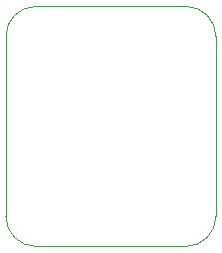
<source format=gbr>
G04 #@! TF.GenerationSoftware,KiCad,Pcbnew,5.1.5+dfsg1-2build2*
G04 #@! TF.CreationDate,2020-11-20T18:41:41+01:00*
G04 #@! TF.ProjectId,Lightdome_SensorPCB,4c696768-7464-46f6-9d65-5f53656e736f,1*
G04 #@! TF.SameCoordinates,Original*
G04 #@! TF.FileFunction,Profile,NP*
%FSLAX46Y46*%
G04 Gerber Fmt 4.6, Leading zero omitted, Abs format (unit mm)*
G04 Created by KiCad (PCBNEW 5.1.5+dfsg1-2build2) date 2020-11-20 18:41:41*
%MOMM*%
%LPD*%
G04 APERTURE LIST*
%ADD10C,0.100000*%
G04 APERTURE END LIST*
D10*
X137160000Y-99060000D02*
G75*
G02X134620000Y-96520000I0J2540000D01*
G01*
X149860000Y-78740000D02*
G75*
G02X152400000Y-81280000I0J-2540000D01*
G01*
X152400000Y-96520000D02*
G75*
G02X149860000Y-99060000I-2540000J0D01*
G01*
X134620000Y-81280000D02*
G75*
G02X137160000Y-78740000I2540000J0D01*
G01*
X152400000Y-81280000D02*
X152400000Y-96520000D01*
X137160000Y-78740000D02*
X149860000Y-78740000D01*
X134620000Y-96520000D02*
X134620000Y-81280000D01*
X149860000Y-99060000D02*
X137160000Y-99060000D01*
M02*

</source>
